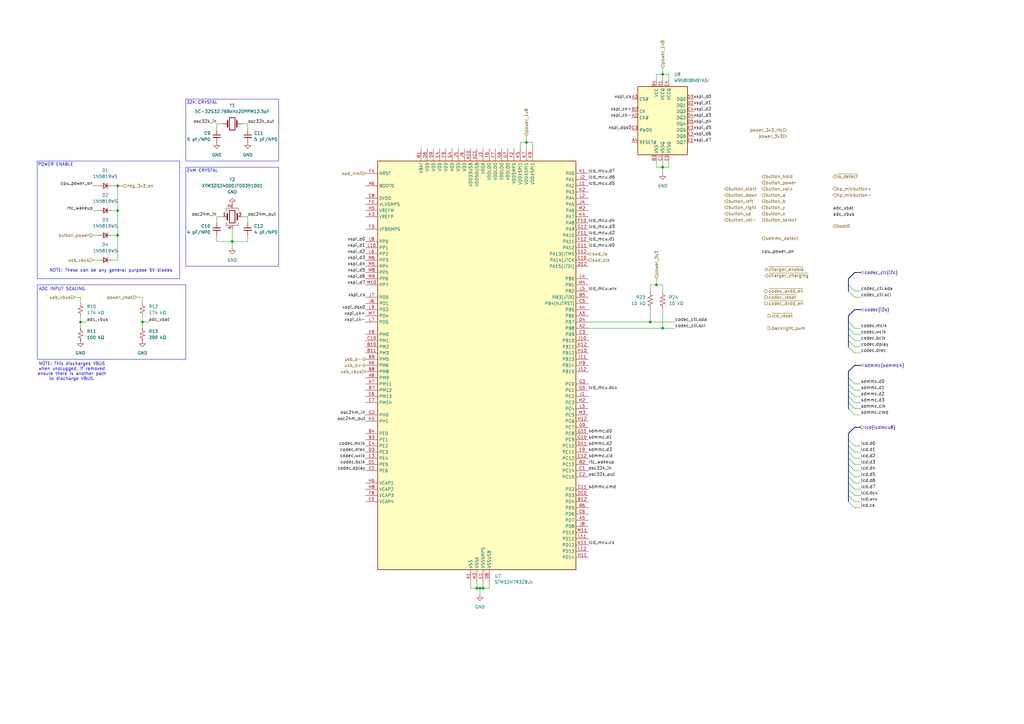
<source format=kicad_sch>
(kicad_sch (version 20250114) (generator "eeschema") (generator_version "9.0")
  (paper "A3")
  (title_block (title "CPU/RAM/power-on circuit") (date "2024-11-14") (rev "Rev1") (comment 1 "Author: Aidan MacDonald"))
  (lib_symbols
    (symbol "Device:C_Small" (pin_numbers (hide yes)) (pin_names (offset 0.254) (hide yes))
      (property "Reference" "C" (at 0.254 1.778 0))
      (property "Value" "C_Small" (at 0.254 -2.032 0))
      (symbol "C_Small_0_1"
        (polyline (pts (xy -1.524 0.508) (xy 1.524 0.508)) (stroke (width 0.3048)))
        (polyline (pts (xy -1.524 -0.508) (xy 1.524 -0.508)) (stroke (width 0.3302)))
      )
      (symbol "C_Small_1_1"
        (pin passive line (at 0 2.54 270) (length 2.032) (name "~") (number "1"))
        (pin passive line (at 0 -2.54 90) (length 2.032) (name "~") (number "2"))
      )
    )
    (symbol "Device:Crystal" (pin_numbers (hide yes)) (pin_names (offset 1.016) (hide yes))
      (property "Reference" "Y" (at 0 3.81 0))
      (property "Value" "Crystal" (at 0 -3.81 0))
      (symbol "Crystal_0_1"
        (polyline (pts (xy -2.54 0) (xy -1.905 0)))
        (polyline (pts (xy -1.905 -1.27) (xy -1.905 1.27)) (stroke (width 0.508)))
        (rectangle (start -1.143 2.54) (end 1.143 -2.54) (stroke (width 0.3048)))
        (polyline (pts (xy 1.905 -1.27) (xy 1.905 1.27)) (stroke (width 0.508)))
        (polyline (pts (xy 2.54 0) (xy 1.905 0)))
      )
      (symbol "Crystal_1_1"
        (pin passive line (at -3.81 0 0) (length 1.27) (name "1") (number "1"))
        (pin passive line (at 3.81 0 180) (length 1.27) (name "2") (number "2"))
      )
    )
    (symbol "Device:Crystal_GND24" (pin_names (offset 1.016) (hide yes))
      (property "Reference" "Y" (at 3.175 5.08 0))
      (property "Value" "Crystal_GND24" (at 3.175 3.175 0))
      (symbol "Crystal_GND24_0_1"
        (polyline (pts (xy -2.54 2.286) (xy -2.54 3.556) (xy 2.54 3.556) (xy 2.54 2.286)))
        (polyline (pts (xy -2.54 0) (xy -2.032 0)))
        (polyline (pts (xy -2.54 -2.286) (xy -2.54 -3.556) (xy 2.54 -3.556) (xy 2.54 -2.286)))
        (polyline (pts (xy -2.032 -1.27) (xy -2.032 1.27)) (stroke (width 0.508)))
        (rectangle (start -1.143 2.54) (end 1.143 -2.54) (stroke (width 0.3048)))
        (polyline (pts (xy 0 3.556) (xy 0 3.81)))
        (polyline (pts (xy 0 -3.81) (xy 0 -3.556)))
        (polyline (pts (xy 2.032 0) (xy 2.54 0)))
        (polyline (pts (xy 2.032 -1.27) (xy 2.032 1.27)) (stroke (width 0.508)))
      )
      (symbol "Crystal_GND24_1_1"
        (pin passive line (at -3.81 0 0) (length 1.27) (name "1") (number "1"))
        (pin passive line (at 0 5.08 270) (length 1.27) (name "2") (number "2"))
        (pin passive line (at 0 -5.08 90) (length 1.27) (name "4") (number "4"))
        (pin passive line (at 3.81 0 180) (length 1.27) (name "3") (number "3"))
      )
    )
    (symbol "Device:D_Small" (pin_numbers (hide yes)) (pin_names (offset 0.254) (hide yes))
      (property "Reference" "D" (at -1.27 2.032 0))
      (property "Value" "D_Small" (at -3.81 -2.032 0))
      (symbol "D_Small_0_1"
        (polyline (pts (xy -0.762 0) (xy 0.762 0)))
        (polyline (pts (xy -0.762 -1.016) (xy -0.762 1.016)) (stroke (width 0.254)))
        (polyline (pts (xy 0.762 -1.016) (xy -0.762 0) (xy 0.762 1.016) (xy 0.762 -1.016)) (stroke (width 0.254)))
      )
      (symbol "D_Small_1_1"
        (pin passive line (at -2.54 0 0) (length 1.778) (name "K") (number "1"))
        (pin passive line (at 2.54 0 180) (length 1.778) (name "A") (number "2"))
      )
    )
    (symbol "Device:R_Small_US" (pin_numbers (hide yes)) (pin_names (offset 0.254) (hide yes))
      (property "Reference" "R" (at 0.762 0.508 0))
      (property "Value" "R_Small_US" (at 0.762 -1.016 0))
      (symbol "R_Small_US_1_1"
        (polyline (pts (xy 0 1.524) (xy 1.016 1.143) (xy 0 0.762) (xy -1.016 0.381) (xy 0 0)))
        (polyline (pts (xy 0 0) (xy 1.016 -0.381) (xy 0 -0.762) (xy -1.016 -1.143) (xy 0 -1.524)))
        (pin passive line (at 0 2.54 270) (length 1.016) (name "~") (number "1"))
        (pin passive line (at 0 -2.54 90) (length 1.016) (name "~") (number "2"))
      )
    )
    (symbol "Device:R_US" (pin_numbers (hide yes)) (pin_names (offset 0))
      (property "Reference" "R" (at 2.54 0 90))
      (property "Value" "R_US" (at -2.54 0 90))
      (symbol "R_US_0_1"
        (polyline (pts (xy 0 2.286) (xy 0 2.54)))
        (polyline (pts (xy 0 2.286) (xy 1.016 1.905) (xy 0 1.524) (xy -1.016 1.143) (xy 0 0.762)))
        (polyline (pts (xy 0 0.762) (xy 1.016 0.381) (xy 0 0) (xy -1.016 -0.381) (xy 0 -0.762)))
        (polyline (pts (xy 0 -0.762) (xy 1.016 -1.143) (xy 0 -1.524) (xy -1.016 -1.905) (xy 0 -2.286)))
        (polyline (pts (xy 0 -2.286) (xy 0 -2.54)))
      )
      (symbol "R_US_1_1"
        (pin passive line (at 0 3.81 270) (length 1.27) (name "~") (number "1"))
        (pin passive line (at 0 -3.81 90) (length 1.27) (name "~") (number "2"))
      )
    )
    (symbol "MCU_ST_STM32H7:STM32H7R3Z8Jx"
      (property "Reference" "U" (at -40.64 85.09 0))
      (property "Value" "STM32H7R3Z8Jx" (at 25.4 85.09 0))
      (symbol "STM32H7R3Z8Jx_0_1"
        (rectangle (start -40.64 -83.82) (end 40.64 83.82) (stroke (width 0.254)) (fill (type background)))
      )
      (symbol "STM32H7R3Z8Jx_1_1"
        (pin input line (at -45.72 78.74 0) (length 5.08) (name "NRST") (number "F4"))
        (pin input line (at -45.72 73.66 0) (length 5.08) (name "BOOT0") (number "A6"))
        (pin power_in line (at -45.72 68.58 0) (length 5.08) (name "DVDD") (number "C8"))
        (pin power_in line (at -45.72 66.04 0) (length 5.08) (name "VLXSMPS") (number "F1"))
        (pin input line (at -45.72 63.5 0) (length 5.08) (name "VREFM") (number "H5"))
        (pin input line (at -45.72 60.96 0) (length 5.08) (name "VREFP") (number "K3"))
        (pin input line (at -45.72 55.88 0) (length 5.08) (name "VFBSMPS") (number "F3"))
        (pin bidirectional line (at -45.72 50.8 0) (length 5.08) (name "PP0") (number "L8"))
        (pin bidirectional line (at -45.72 48.26 0) (length 5.08) (name "PP1") (number "L10"))
        (pin bidirectional line (at -45.72 45.72 0) (length 5.08) (name "PP2") (number "L6"))
        (pin bidirectional line (at -45.72 43.18 0) (length 5.08) (name "PP3") (number "M6"))
        (pin bidirectional line (at -45.72 40.64 0) (length 5.08) (name "PP4") (number "M5"))
        (pin bidirectional line (at -45.72 38.1 0) (length 5.08) (name "PP5") (number "M8"))
        (pin bidirectional line (at -45.72 35.56 0) (length 5.08) (name "PP6") (number "M9"))
        (pin bidirectional line (at -45.72 33.02 0) (length 5.08) (name "PP7") (number "M10"))
        (pin bidirectional line (at -45.72 27.94 0) (length 5.08) (name "PO0") (number "J7"))
        (pin bidirectional line (at -45.72 25.4 0) (length 5.08) (name "PO1") (number "J6"))
        (pin bidirectional line (at -45.72 22.86 0) (length 5.08) (name "PO2") (number "L9"))
        (pin bidirectional line (at -45.72 20.32 0) (length 5.08) (name "PO4") (number "M7"))
        (pin bidirectional line (at -45.72 17.78 0) (length 5.08) (name "PO5") (number "L7"))
        (pin bidirectional line (at -45.72 12.7 0) (length 5.08) (name "PM0") (number "E8"))
        (pin bidirectional line (at -45.72 10.16 0) (length 5.08) (name "PM1") (number "C10"))
        (pin bidirectional line (at -45.72 7.62 0) (length 5.08) (name "PM2") (number "B10"))
        (pin bidirectional line (at -45.72 5.08 0) (length 5.08) (name "PM3") (number "B11"))
        (pin bidirectional line (at -45.72 2.54 0) (length 5.08) (name "PM5") (number "B9"))
        (pin bidirectional line (at -45.72 0 0) (length 5.08) (name "PM6") (number "A9"))
        (pin bidirectional line (at -45.72 -2.54 0) (length 5.08) (name "PM8") (number "B8"))
        (pin bidirectional line (at -45.72 -5.08 0) (length 5.08) (name "PM9") (number "A8"))
        (pin bidirectional line (at -45.72 -7.62 0) (length 5.08) (name "PM11") (number "A7"))
        (pin bidirectional line (at -45.72 -10.16 0) (length 5.08) (name "PM12") (number "B7"))
        (pin bidirectional line (at -45.72 -12.7 0) (length 5.08) (name "PM13") (number "E6"))
        (pin bidirectional line (at -45.72 -15.24 0) (length 5.08) (name "PM14") (number "C7"))
        (pin bidirectional line (at -45.72 -20.32 0) (length 5.08) (name "PH0") (number "G2"))
        (pin bidirectional line (at -45.72 -22.86 0) (length 5.08) (name "PH1") (number "H1"))
        (pin bidirectional line (at -45.72 -27.94 0) (length 5.08) (name "PE0") (number "B4"))
        (pin bidirectional line (at -45.72 -30.48 0) (length 5.08) (name "PE1") (number "B3"))
        (pin bidirectional line (at -45.72 -33.02 0) (length 5.08) (name "PE2") (number "C4"))
        (pin bidirectional line (at -45.72 -35.56 0) (length 5.08) (name "PE3") (number "D3"))
        (pin bidirectional line (at -45.72 -38.1 0) (length 5.08) (name "PE4") (number "E3"))
        (pin bidirectional line (at -45.72 -40.64 0) (length 5.08) (name "PE5") (number "D1"))
        (pin bidirectional line (at -45.72 -43.18 0) (length 5.08) (name "PE6") (number "E2"))
        (pin power_out line (at -45.72 -48.26 0) (length 5.08) (name "VCAP1") (number "H6"))
        (pin power_out line (at -45.72 -50.8 0) (length 5.08) (name "VCAP2") (number "H8"))
        (pin power_out line (at -45.72 -53.34 0) (length 5.08) (name "VCAP3") (number "F8"))
        (pin power_out line (at -45.72 -55.88 0) (length 5.08) (name "VCAP4") (number "E5"))
        (pin power_in line (at -22.86 88.9 270) (length 5.08) (name "VBAT") (number "B1"))
        (pin power_in line (at -20.32 88.9 270) (length 5.08) (name "VDD") (number "D6"))
        (pin power_in line (at -17.78 88.9 270) (length 5.08) (name "VDD") (number "D9"))
        (pin power_in line (at -15.24 88.9 270) (length 5.08) (name "VDD") (number "E4"))
        (pin power_in line (at -12.7 88.9 270) (length 5.08) (name "VDD") (number "F9"))
        (pin power_in line (at -10.16 88.9 270) (length 5.08) (name "VDD") (number "G4"))
        (pin power_in line (at -7.62 88.9 270) (length 5.08) (name "VDD") (number "J5"))
        (pin power_in line (at -5.08 88.9 270) (length 5.08) (name "VDD") (number "J9"))
        (pin power_in line (at -2.54 88.9 270) (length 5.08) (name "VDD33USB") (number "A10"))
        (pin power_in line (at -2.54 -88.9 90) (length 5.08) (name "VSS") (number "A1"))
        (pin passive line (at -2.54 -88.9 90) (length 5.08) (hide yes) (name "VSS") (number "A12"))
        (pin passive line (at -2.54 -88.9 90) (length 5.08) (hide yes) (name "VSS") (number "C9"))
        (pin passive line (at -2.54 -88.9 90) (length 5.08) (hide yes) (name "VSS") (number "D2"))
        (pin passive line (at -2.54 -88.9 90) (length 5.08) (hide yes) (name "VSS") (number "D5"))
        (pin passive line (at -2.54 -88.9 90) (length 5.08) (hide yes) (name "VSS") (number "D7"))
        (pin passive line (at -2.54 -88.9 90) (length 5.08) (hide yes) (name "VSS") (number "E7"))
        (pin passive line (at -2.54 -88.9 90) (length 5.08) (hide yes) (name "VSS") (number "F5"))
        (pin passive line (at -2.54 -88.9 90) (length 5.08) (hide yes) (name "VSS") (number "G1"))
        (pin passive line (at -2.54 -88.9 90) (length 5.08) (hide yes) (name "VSS") (number "G8"))
        (pin passive line (at -2.54 -88.9 90) (length 5.08) (hide yes) (name "VSS") (number "H4"))
        (pin passive line (at -2.54 -88.9 90) (length 5.08) (hide yes) (name "VSS") (number "H7"))
        (pin passive line (at -2.54 -88.9 90) (length 5.08) (hide yes) (name "VSS") (number "K10"))
        (pin passive line (at -2.54 -88.9 90) (length 5.08) (hide yes) (name "VSS") (number "K6"))
        (pin passive line (at -2.54 -88.9 90) (length 5.08) (hide yes) (name "VSS") (number "K8"))
        (pin passive line (at -2.54 -88.9 90) (length 5.08) (hide yes) (name "VSS") (number "M1"))
        (pin passive line (at -2.54 -88.9 90) (length 5.08) (hide yes) (name "VSS") (number "M12"))
        (pin power_in line (at 0 88.9 270) (length 5.08) (name "VDD50USB") (number "A11"))
        (pin power_in line (at 0 -88.9 90) (length 5.08) (name "VSSA") (number "H3"))
        (pin power_in line (at 2.54 88.9 270) (length 5.08) (name "VDDA") (number "J3"))
        (pin power_in line (at 2.54 -88.9 90) (length 5.08) (name "VSSSMPS") (number "E1"))
        (pin power_in line (at 5.08 88.9 270) (length 5.08) (name "VDDLDO") (number "F6"))
        (pin power_in line (at 5.08 -88.9 90) (length 5.08) (name "VSSUSB") (number "D8"))
        (pin power_in line (at 7.62 88.9 270) (length 5.08) (name "VDDLDO") (number "F7"))
        (pin power_in line (at 10.16 88.9 270) (length 5.08) (name "VDDLDO") (number "G6"))
        (pin power_in line (at 12.7 88.9 270) (length 5.08) (name "VDDLDO") (number "G7"))
        (pin power_in line (at 15.24 88.9 270) (length 5.08) (name "VDDSMPS") (number "F2"))
        (pin power_in line (at 17.78 88.9 270) (length 5.08) (name "VDDXSPI1") (number "K5"))
        (pin power_in line (at 20.32 88.9 270) (length 5.08) (name "VDDXSPI1") (number "K7"))
        (pin power_in line (at 22.86 88.9 270) (length 5.08) (name "VDDXSPI1") (number "K9"))
        (pin bidirectional line (at 45.72 78.74 180) (length 5.08) (name "PA0") (number "K1"))
        (pin bidirectional line (at 45.72 76.2 180) (length 5.08) (name "PA1") (number "J2"))
        (pin bidirectional line (at 45.72 73.66 180) (length 5.08) (name "PA2") (number "L1"))
        (pin bidirectional line (at 45.72 71.12 180) (length 5.08) (name "PA3") (number "K2"))
        (pin bidirectional line (at 45.72 68.58 180) (length 5.08) (name "PA4") (number "L2"))
        (pin bidirectional line (at 45.72 66.04 180) (length 5.08) (name "PA5") (number "J4"))
        (pin bidirectional line (at 45.72 63.5 180) (length 5.08) (name "PA6") (number "M2"))
        (pin bidirectional line (at 45.72 60.96 180) (length 5.08) (name "PA7") (number "K4"))
        (pin bidirectional line (at 45.72 58.42 180) (length 5.08) (name "PA8") (number "F10"))
        (pin bidirectional line (at 45.72 55.88 180) (length 5.08) (name "PA9") (number "G12"))
        (pin bidirectional line (at 45.72 53.34 180) (length 5.08) (name "PA10") (number "F11"))
        (pin bidirectional line (at 45.72 50.8 180) (length 5.08) (name "PA11") (number "F12"))
        (pin bidirectional line (at 45.72 48.26 180) (length 5.08) (name "PA12") (number "E11"))
        (pin bidirectional line (at 45.72 45.72 180) (length 5.08) (name "PA13(JTMS") (number "E12"))
        (pin bidirectional line (at 45.72 43.18 180) (length 5.08) (name "PA14(JTCK") (number "E10"))
        (pin bidirectional line (at 45.72 40.64 180) (length 5.08) (name "PA15(JTDI)") (number "D12"))
        (pin bidirectional line (at 45.72 35.56 180) (length 5.08) (name "PB0") (number "L4"))
        (pin bidirectional line (at 45.72 33.02 180) (length 5.08) (name "PB1") (number "M4"))
        (pin bidirectional line (at 45.72 30.48 180) (length 5.08) (name "PB2") (number "L5"))
        (pin bidirectional line (at 45.72 27.94 180) (length 5.08) (name "PB3(JTDO") (number "B5"))
        (pin bidirectional line (at 45.72 25.4 180) (length 5.08) (name "PB4(NJTRST)") (number "C5"))
        (pin bidirectional line (at 45.72 22.86 180) (length 5.08) (name "PB5") (number "A4"))
        (pin bidirectional line (at 45.72 20.32 180) (length 5.08) (name "PB6") (number "A3"))
        (pin bidirectional line (at 45.72 17.78 180) (length 5.08) (name "PB7") (number "D4"))
        (pin bidirectional line (at 45.72 15.24 180) (length 5.08) (name "PB8") (number "A2"))
        (pin bidirectional line (at 45.72 12.7 180) (length 5.08) (name "PB9") (number "C3"))
        (pin bidirectional line (at 45.72 10.16 180) (length 5.08) (name "PB10") (number "J10"))
        (pin bidirectional line (at 45.72 7.62 180) (length 5.08) (name "PB11") (number "K12"))
        (pin bidirectional line (at 45.72 5.08 180) (length 5.08) (name "PB12") (number "H10"))
        (pin bidirectional line (at 45.72 2.54 180) (length 5.08) (name "PB13") (number "J11"))
        (pin bidirectional line (at 45.72 0 180) (length 5.08) (name "PB14") (number "H9"))
        (pin bidirectional line (at 45.72 -2.54 180) (length 5.08) (name "PB15") (number "J12"))
        (pin bidirectional line (at 45.72 -7.62 180) (length 5.08) (name "PC0") (number "G3"))
        (pin bidirectional line (at 45.72 -10.16 180) (length 5.08) (name "PC1") (number "G5"))
        (pin bidirectional line (at 45.72 -12.7 180) (length 5.08) (name "PC2") (number "J1"))
        (pin bidirectional line (at 45.72 -15.24 180) (length 5.08) (name "PC3") (number "H2"))
        (pin bidirectional line (at 45.72 -17.78 180) (length 5.08) (name "PC4") (number "L3"))
        (pin bidirectional line (at 45.72 -20.32 180) (length 5.08) (name "PC5") (number "M3"))
        (pin bidirectional line (at 45.72 -22.86 180) (length 5.08) (name "PC6") (number "H12"))
        (pin bidirectional line (at 45.72 -25.4 180) (length 5.08) (name "PC7") (number "G9"))
        (pin bidirectional line (at 45.72 -27.94 180) (length 5.08) (name "PC8") (number "G11"))
        (pin bidirectional line (at 45.72 -30.48 180) (length 5.08) (name "PC9") (number "G10"))
        (pin bidirectional line (at 45.72 -33.02 180) (length 5.08) (name "PC10") (number "D11"))
        (pin bidirectional line (at 45.72 -35.56 180) (length 5.08) (name "PC11") (number "E9"))
        (pin bidirectional line (at 45.72 -38.1 180) (length 5.08) (name "PC12") (number "C12"))
        (pin bidirectional line (at 45.72 -40.64 180) (length 5.08) (name "PC13") (number "B2"))
        (pin bidirectional line (at 45.72 -43.18 180) (length 5.08) (name "PC14") (number "C1"))
        (pin bidirectional line (at 45.72 -45.72 180) (length 5.08) (name "PC15") (number "C2"))
        (pin bidirectional line (at 45.72 -50.8 180) (length 5.08) (name "PD2") (number "C11"))
        (pin bidirectional line (at 45.72 -53.34 180) (length 5.08) (name "PD3") (number "D10"))
        (pin bidirectional line (at 45.72 -55.88 180) (length 5.08) (name "PD4") (number "B12"))
        (pin bidirectional line (at 45.72 -58.42 180) (length 5.08) (name "PD5") (number "B6"))
        (pin bidirectional line (at 45.72 -60.96 180) (length 5.08) (name "PD6") (number "C6"))
        (pin bidirectional line (at 45.72 -63.5 180) (length 5.08) (name "PD7") (number "A5"))
        (pin bidirectional line (at 45.72 -66.04 180) (length 5.08) (name "PD8") (number "J8"))
        (pin bidirectional line (at 45.72 -68.58 180) (length 5.08) (name "PD10") (number "M11"))
        (pin bidirectional line (at 45.72 -71.12 180) (length 5.08) (name "PD11") (number "L11"))
        (pin bidirectional line (at 45.72 -73.66 180) (length 5.08) (name "PD12") (number "K11"))
        (pin bidirectional line (at 45.72 -76.2 180) (length 5.08) (name "PD13") (number "L12"))
        (pin bidirectional line (at 45.72 -78.74 180) (length 5.08) (name "PD14") (number "H11"))
      )
    )
    (symbol "echoplayer:W958D8NBYA5I"
      (property "Reference" "U" (at -10.16 13.335 0))
      (property "Value" "W958D8NBYA5I" (at 4.826 13.462 0))
      (symbol "W958D8NBYA5I_0_1"
        (rectangle (start -10.16 12.7) (end 10.16 -15.24) (stroke (width 0.254)) (fill (type background)))
      )
      (symbol "W958D8NBYA5I_1_1"
        (pin input line (at -12.7 7.62 0) (length 2.54) (name "CS#") (number "A3"))
        (pin input line (at -12.7 2.54 0) (length 2.54) (name "CK") (number "B2"))
        (pin input line (at -12.7 0 0) (length 2.54) (name "CK#") (number "A2"))
        (pin bidirectional line (at -12.7 -5.08 0) (length 2.54) (name "RWDS") (number "C3"))
        (pin input line (at -12.7 -10.16 0) (length 2.54) (name "RESET#") (number "A4"))
        (pin no_connect line (at -10.16 -12.7 0) (length 2.54) (hide yes) (name "RFU") (number "A5"))
        (pin no_connect line (at -10.16 -12.7 0) (length 2.54) (hide yes) (name "RFU") (number "B5"))
        (pin no_connect line (at -10.16 -12.7 0) (length 2.54) (hide yes) (name "RFU") (number "C2"))
        (pin no_connect line (at -10.16 -12.7 0) (length 2.54) (hide yes) (name "RFU") (number "C5"))
        (pin power_in line (at -2.54 15.24 270) (length 2.54) (name "VCC") (number "B4"))
        (pin power_in line (at -2.54 -17.78 90) (length 2.54) (name "VSS") (number "B3"))
        (pin power_in line (at 0 15.24 270) (length 2.54) (name "VCCQ") (number "D1"))
        (pin power_in line (at 0 -17.78 90) (length 2.54) (name "VSSQ") (number "C1"))
        (pin power_in line (at 2.54 15.24 270) (length 2.54) (name "VCCQ") (number "E4"))
        (pin power_in line (at 2.54 -17.78 90) (length 2.54) (name "VSSQ") (number "E5"))
        (pin tri_state line (at 12.7 7.62 180) (length 2.54) (name "DQ0") (number "D3"))
        (pin tri_state line (at 12.7 5.08 180) (length 2.54) (name "DQ1") (number "D2"))
        (pin tri_state line (at 12.7 2.54 180) (length 2.54) (name "DQ2") (number "C4"))
        (pin tri_state line (at 12.7 0 180) (length 2.54) (name "DQ3") (number "D4"))
        (pin tri_state line (at 12.7 -2.54 180) (length 2.54) (name "DQ4") (number "D5"))
        (pin tri_state line (at 12.7 -5.08 180) (length 2.54) (name "DQ5") (number "E3"))
        (pin tri_state line (at 12.7 -7.62 180) (length 2.54) (name "DQ6") (number "E2"))
        (pin tri_state line (at 12.7 -10.16 180) (length 2.54) (name "DQ7") (number "E1"))
      )
    )
    (symbol "power:GND" (power) (pin_numbers (hide yes)) (pin_names (offset 0) (hide yes))
      (property "Value" "GND" (at 0 -3.81 0))
      (symbol "GND_0_1"
        (polyline (pts (xy 0 0) (xy 0 -1.27) (xy 1.27 -1.27) (xy 0 -2.54) (xy -1.27 -1.27) (xy 0 -1.27)))
      )
      (symbol "GND_1_1"
        (pin power_in line (at 0 0 270) (length 0) (name "~") (number "1"))
      )
    )
  )
  (rectangle (start 15.24 116.84) (end 76.2 147.32))
  (rectangle (start 76.2 40.64) (end 114.3 66.04))
  (rectangle (start 15.24 66.04) (end 73.66 114.3))
  (rectangle (start 76.2 68.58) (end 114.3 109.22))
  (text "32K CRYSTAL" (at 76.454 41.402 0) (effects (font (size 1.27 1.27)) (justify left top)))
  (text "NOTE: This discharges VBUS\nwhen unplugged, if removed\nensure there is another path\nto discharge VBUS." (at 29.464 152.4 0) (effects (font (size 1.27 1.27))))
  (text "NOTE: These can be any general purpose 5V diodes" (at 45.466 110.998 0) (effects (font (size 1.27 1.27))))
  (text "ADC INPUT SCALING" (at 25.4 118.618 0) (effects (font (size 1.27 1.27))))
  (text "24M CRYSTAL" (at 76.454 69.342 0) (effects (font (size 1.27 1.27)) (justify left top)))
  (text "POWER ENABLE" (at 15.494 67.564 0) (effects (font (size 1.27 1.27)) (justify left)))
  (junction (at 269.24 116.84))
  (junction (at 48.26 96.52))
  (junction (at 95.25 99.06))
  (junction (at 48.26 86.36))
  (junction (at 196.85 241.3))
  (junction (at 266.7 132.08))
  (junction (at 195.58 241.3))
  (junction (at 215.9 58.42))
  (junction (at 271.78 134.62))
  (junction (at 271.78 30.48))
  (junction (at 33.02 132.08))
  (junction (at 271.78 68.58))
  (junction (at 58.42 132.08))
  (junction (at 48.26 76.2))
  (junction (at 198.12 241.3))
  (bus_entry (at 347.98 134.62) (size 2.54 2.54))
  (bus_entry (at 347.98 137.16) (size 2.54 2.54))
  (bus_entry (at 347.98 116.84) (size 2.54 2.54))
  (bus_entry (at 347.98 157.48) (size 2.54 2.54))
  (bus_entry (at 347.98 190.5) (size 2.54 2.54))
  (bus_entry (at 347.98 119.38) (size 2.54 2.54))
  (bus_entry (at 347.98 205.74) (size 2.54 2.54))
  (bus_entry (at 347.98 139.7) (size 2.54 2.54))
  (bus_entry (at 347.98 160.02) (size 2.54 2.54))
  (bus_entry (at 347.98 193.04) (size 2.54 2.54))
  (bus_entry (at 347.98 154.94) (size 2.54 2.54))
  (bus_entry (at 347.98 142.24) (size 2.54 2.54))
  (bus_entry (at 347.98 132.08) (size 2.54 2.54))
  (bus_entry (at 347.98 200.66) (size 2.54 2.54))
  (bus_entry (at 347.98 203.2) (size 2.54 2.54))
  (bus_entry (at 347.98 165.1) (size 2.54 2.54))
  (bus_entry (at 347.98 167.64) (size 2.54 2.54))
  (bus_entry (at 347.98 195.58) (size 2.54 2.54))
  (bus_entry (at 347.98 185.42) (size 2.54 2.54))
  (bus_entry (at 347.98 198.12) (size 2.54 2.54))
  (bus_entry (at 347.98 162.56) (size 2.54 2.54))
  (bus_entry (at 347.98 182.88) (size 2.54 2.54))
  (bus_entry (at 347.98 187.96) (size 2.54 2.54))
  (bus_entry (at 347.98 180.34) (size 2.54 2.54))
  (bus (pts (xy 347.98 129.54) (xy 350.52 127)))
  (wire (pts (xy 101.6 50.8) (xy 99.06 50.8)))
  (wire (pts (xy 350.52 160.02) (xy 353.06 160.02)))
  (bus (pts (xy 347.98 182.88) (xy 347.98 185.42)))
  (wire (pts (xy 198.12 241.3) (xy 196.85 241.3)))
  (wire (pts (xy 196.85 241.3) (xy 196.85 243.84)))
  (wire (pts (xy 350.52 170.18) (xy 353.06 170.18)))
  (wire (pts (xy 353.06 185.42) (xy 350.52 185.42)))
  (wire (pts (xy 50.8 76.2) (xy 48.26 76.2)))
  (bus (pts (xy 347.98 185.42) (xy 347.98 187.96)))
  (wire (pts (xy 353.06 200.66) (xy 350.52 200.66)))
  (wire (pts (xy 269.24 116.84) (xy 269.24 114.3)))
  (bus (pts (xy 347.98 160.02) (xy 347.98 162.56)))
  (wire (pts (xy 101.6 88.9) (xy 99.06 88.9)))
  (wire (pts (xy 88.9 96.52) (xy 88.9 99.06)))
  (bus (pts (xy 347.98 139.7) (xy 347.98 142.24)))
  (wire (pts (xy 350.52 142.24) (xy 353.06 142.24)))
  (wire (pts (xy 45.72 96.52) (xy 48.26 96.52)))
  (wire (pts (xy 58.42 132.08) (xy 58.42 134.62)))
  (wire (pts (xy 353.06 205.74) (xy 350.52 205.74)))
  (wire (pts (xy 353.06 203.2) (xy 350.52 203.2)))
  (wire (pts (xy 58.42 129.54) (xy 58.42 132.08)))
  (wire (pts (xy 266.7 116.84) (xy 269.24 116.84)))
  (wire (pts (xy 38.1 76.2) (xy 40.64 76.2)))
  (bus (pts (xy 350.52 127) (xy 353.06 127)))
  (wire (pts (xy 350.52 121.92) (xy 353.06 121.92)))
  (wire (pts (xy 195.58 241.3) (xy 196.85 241.3)))
  (wire (pts (xy 33.02 132.08) (xy 33.02 134.62)))
  (wire (pts (xy 48.26 76.2) (xy 45.72 76.2)))
  (wire (pts (xy 269.24 66.04) (xy 269.24 68.58)))
  (bus (pts (xy 347.98 180.34) (xy 347.98 182.88)))
  (wire (pts (xy 45.72 86.36) (xy 48.26 86.36)))
  (bus (pts (xy 347.98 177.8) (xy 347.98 180.34)))
  (bus (pts (xy 347.98 193.04) (xy 347.98 195.58)))
  (wire (pts (xy 58.42 132.08) (xy 60.96 132.08)))
  (bus (pts (xy 347.98 200.66) (xy 347.98 203.2)))
  (wire (pts (xy 350.52 134.62) (xy 353.06 134.62)))
  (wire (pts (xy 38.1 106.68) (xy 40.64 106.68)))
  (wire (pts (xy 350.52 187.96) (xy 353.06 187.96)))
  (wire (pts (xy 58.42 121.92) (xy 58.42 124.46)))
  (wire (pts (xy 271.78 119.38) (xy 271.78 116.84)))
  (wire (pts (xy 350.52 165.1) (xy 353.06 165.1)))
  (bus (pts (xy 347.98 132.08) (xy 347.98 134.62)))
  (wire (pts (xy 271.78 30.48) (xy 271.78 33.02)))
  (wire (pts (xy 218.44 58.42) (xy 215.9 58.42)))
  (wire (pts (xy 241.3 132.08) (xy 266.7 132.08)))
  (bus (pts (xy 347.98 137.16) (xy 347.98 139.7)))
  (wire (pts (xy 269.24 30.48) (xy 271.78 30.48)))
  (bus (pts (xy 347.98 198.12) (xy 347.98 200.66)))
  (wire (pts (xy 274.32 68.58) (xy 271.78 68.58)))
  (bus (pts (xy 347.98 162.56) (xy 347.98 165.1)))
  (wire (pts (xy 353.06 195.58) (xy 350.52 195.58)))
  (bus (pts (xy 347.98 134.62) (xy 347.98 137.16)))
  (wire (pts (xy 195.58 238.76) (xy 195.58 241.3)))
  (wire (pts (xy 95.25 101.6) (xy 95.25 99.06)))
  (wire (pts (xy 213.36 58.42) (xy 215.9 58.42)))
  (bus (pts (xy 347.98 190.5) (xy 347.98 193.04)))
  (wire (pts (xy 353.06 190.5) (xy 350.52 190.5)))
  (wire (pts (xy 271.78 66.04) (xy 271.78 68.58)))
  (bus (pts (xy 347.98 114.3) (xy 347.98 116.84)))
  (wire (pts (xy 198.12 238.76) (xy 198.12 241.3)))
  (bus (pts (xy 347.98 203.2) (xy 347.98 205.74)))
  (wire (pts (xy 38.1 96.52) (xy 40.64 96.52)))
  (wire (pts (xy 350.52 162.56) (xy 353.06 162.56)))
  (wire (pts (xy 274.32 30.48) (xy 271.78 30.48)))
  (wire (pts (xy 271.78 116.84) (xy 269.24 116.84)))
  (wire (pts (xy 274.32 33.02) (xy 274.32 30.48)))
  (wire (pts (xy 266.7 119.38) (xy 266.7 116.84)))
  (wire (pts (xy 88.9 99.06) (xy 95.25 99.06)))
  (bus (pts (xy 347.98 152.4) (xy 347.98 154.94)))
  (bus (pts (xy 350.52 111.76) (xy 353.06 111.76)))
  (bus (pts (xy 347.98 187.96) (xy 347.98 190.5)))
  (wire (pts (xy 38.1 86.36) (xy 40.64 86.36)))
  (wire (pts (xy 276.86 132.08) (xy 266.7 132.08)))
  (wire (pts (xy 101.6 99.06) (xy 95.25 99.06)))
  (bus (pts (xy 347.98 195.58) (xy 347.98 198.12)))
  (wire (pts (xy 350.52 144.78) (xy 353.06 144.78)))
  (wire (pts (xy 33.02 129.54) (xy 33.02 132.08)))
  (wire (pts (xy 271.78 134.62) (xy 241.3 134.62)))
  (wire (pts (xy 101.6 50.8) (xy 101.6 53.34)))
  (wire (pts (xy 350.52 157.48) (xy 353.06 157.48)))
  (wire (pts (xy 101.6 96.52) (xy 101.6 99.06)))
  (bus (pts (xy 347.98 177.8) (xy 350.52 175.26)))
  (wire (pts (xy 271.78 30.48) (xy 271.78 27.94)))
  (wire (pts (xy 353.06 208.28) (xy 350.52 208.28)))
  (wire (pts (xy 271.78 68.58) (xy 271.78 71.12)))
  (wire (pts (xy 200.66 238.76) (xy 200.66 241.3)))
  (bus (pts (xy 347.98 129.54) (xy 347.98 132.08)))
  (wire (pts (xy 88.9 88.9) (xy 88.9 91.44)))
  (wire (pts (xy 95.25 99.06) (xy 95.25 93.98)))
  (wire (pts (xy 271.78 134.62) (xy 276.86 134.62)))
  (wire (pts (xy 88.9 88.9) (xy 91.44 88.9)))
  (wire (pts (xy 269.24 68.58) (xy 271.78 68.58)))
  (wire (pts (xy 88.9 50.8) (xy 88.9 53.34)))
  (wire (pts (xy 269.24 33.02) (xy 269.24 30.48)))
  (wire (pts (xy 215.9 58.42) (xy 215.9 55.88)))
  (wire (pts (xy 30.48 121.92) (xy 33.02 121.92)))
  (wire (pts (xy 193.04 241.3) (xy 195.58 241.3)))
  (wire (pts (xy 271.78 127) (xy 271.78 134.62)))
  (bus (pts (xy 347.98 152.4) (xy 350.52 149.86)))
  (bus (pts (xy 350.52 175.26) (xy 353.06 175.26)))
  (bus (pts (xy 350.52 149.86) (xy 353.06 149.86)))
  (wire (pts (xy 350.52 167.64) (xy 353.06 167.64)))
  (wire (pts (xy 193.04 238.76) (xy 193.04 241.3)))
  (wire (pts (xy 350.52 119.38) (xy 353.06 119.38)))
  (wire (pts (xy 213.36 60.96) (xy 213.36 58.42)))
  (bus (pts (xy 347.98 114.3) (xy 350.52 111.76)))
  (wire (pts (xy 48.26 106.68) (xy 48.26 96.52)))
  (wire (pts (xy 218.44 60.96) (xy 218.44 58.42)))
  (wire (pts (xy 101.6 88.9) (xy 101.6 91.44)))
  (wire (pts (xy 88.9 50.8) (xy 91.44 50.8)))
  (wire (pts (xy 200.66 241.3) (xy 198.12 241.3)))
  (wire (pts (xy 350.52 137.16) (xy 353.06 137.16)))
  (wire (pts (xy 350.52 139.7) (xy 353.06 139.7)))
  (wire (pts (xy 266.7 127) (xy 266.7 132.08)))
  (bus (pts (xy 347.98 154.94) (xy 347.98 157.48)))
  (wire (pts (xy 353.06 193.04) (xy 350.52 193.04)))
  (wire (pts (xy 353.06 198.12) (xy 350.52 198.12)))
  (wire (pts (xy 215.9 58.42) (xy 215.9 60.96)))
  (bus (pts (xy 347.98 157.48) (xy 347.98 160.02)))
  (wire (pts (xy 274.32 66.04) (xy 274.32 68.58)))
  (bus (pts (xy 347.98 165.1) (xy 347.98 167.64)))
  (wire (pts (xy 33.02 121.92) (xy 33.02 124.46)))
  (wire (pts (xy 35.56 132.08) (xy 33.02 132.08)))
  (wire (pts (xy 55.88 121.92) (xy 58.42 121.92)))
  (wire (pts (xy 48.26 86.36) (xy 48.26 76.2)))
  (wire (pts (xy 45.72 106.68) (xy 48.26 106.68)))
  (bus (pts (xy 347.98 116.84) (xy 347.98 119.38)))
  (wire (pts (xy 353.06 182.88) (xy 350.52 182.88)))
  (wire (pts (xy 48.26 96.52) (xy 48.26 86.36)))
  (label "lcd.wrx" (at 353.06 205.74 0))
  (label "xspi_d3" (at 284.48 48.26 0))
  (label "lcd_mcu.cs" (at 241.3 223.52 0))
  (label "sdmmc.d1" (at 241.3 180.34 0))
  (label "adc_vbus" (at 35.56 132.08 0))
  (label "codec_ctl.scl" (at 353.06 121.92 0))
  (label "codec.drec" (at 353.06 144.78 0))
  (label "osc32k_out" (at 101.6 50.8 0))
  (label "sdmmc.cmd" (at 353.06 170.18 0))
  (label "osc32k_in" (at 88.9 50.8 180))
  (label "sdmmc.d2" (at 241.3 182.88 0))
  (label "adc_vbus" (at 341.63 88.9 0))
  (label "codec.dplay" (at 353.06 142.24 0))
  (label "xspi_ck+" (at 259.08 45.72 180))
  (label "sdmmc.cmd" (at 241.3 200.66 0))
  (label "osc24m_out" (at 101.6 88.9 0))
  (label "xspi_ck-" (at 259.08 48.26 180))
  (label "lcd.d0" (at 353.06 182.88 0))
  (label "lcd_mcu.wrx" (at 241.3 119.38 0))
  (label "xspi_d2" (at 284.48 45.72 0))
  (label "sdmmc.d0" (at 241.3 177.8 0))
  (label "xspi_d1" (at 149.86 101.6 180))
  (label "xspi_d6" (at 284.48 55.88 0))
  (label "osc32k_in" (at 241.3 193.04 0))
  (label "lcd_mcu.d2" (at 241.3 96.52 0))
  (label "lcd.dcx" (at 353.06 203.2 0))
  (label "osc24m_out" (at 149.86 172.72 180))
  (label "xspi_d4" (at 149.86 109.22 180))
  (label "xspi_d5" (at 149.86 111.76 180))
  (label "lcd.cs" (at 353.06 208.28 0))
  (label "xspi_d5" (at 284.48 53.34 0))
  (label "xspi_d7" (at 149.86 116.84 180))
  (label "xspi_d0" (at 149.86 99.06 180))
  (label "lcd_mcu.d4" (at 241.3 91.44 0))
  (label "lcd.d7" (at 353.06 200.66 0))
  (label "lcd_mcu.d7" (at 241.3 71.12 0))
  (label "xspi_cs" (at 259.08 40.64 180))
  (label "sdmmc.clk" (at 353.06 167.64 0))
  (label "xspi_d0" (at 284.48 40.64 0))
  (label "xspi_d6" (at 149.86 114.3 180))
  (label "xspi_cs" (at 149.86 121.92 180))
  (label "codec.bclk" (at 353.06 139.7 0))
  (label "sdmmc.d2" (at 353.06 162.56 0))
  (label "xspi_d7" (at 284.48 58.42 0))
  (label "xspi_ck-" (at 149.86 132.08 180))
  (label "codec_ctl.sda" (at 353.06 119.38 0))
  (label "lcd.d6" (at 353.06 198.12 0))
  (label "lcd_mcu.d3" (at 241.3 93.98 0))
  (label "cpu_power_on" (at 312.42 104.14 0))
  (label "codec.mclk" (at 149.86 182.88 180))
  (label "xspi_d3" (at 149.86 106.68 180))
  (label "adc_vbat" (at 60.96 132.08 0))
  (label "sdmmc.clk" (at 241.3 187.96 0))
  (label "lcd.d2" (at 353.06 187.96 0))
  (label "sdmmc.d0" (at 353.06 157.48 0))
  (label "osc24m_in" (at 88.9 88.9 180))
  (label "xspi_dqs0" (at 149.86 127 180))
  (label "codec.dplay" (at 149.86 193.04 180))
  (label "sdmmc.d1" (at 353.06 160.02 0))
  (label "rtc_wakeup" (at 38.1 86.36 180))
  (label "codec_ctl.sda" (at 276.86 132.08 0))
  (label "codec.wclk" (at 149.86 187.96 180))
  (label "lcd.d3" (at 353.06 190.5 0))
  (label "lcd.d1" (at 353.06 185.42 0))
  (label "lcd_mcu.d0" (at 241.3 101.6 0))
  (label "osc32k_out" (at 241.3 195.58 0))
  (label "xspi_d1" (at 284.48 43.18 0))
  (label "sdmmc.d3" (at 241.3 185.42 0))
  (label "codec.drec" (at 149.86 185.42 180))
  (label "sdmmc.d3" (at 353.06 165.1 0))
  (label "rtc_wakeup" (at 241.3 190.5 0))
  (label "cpu_power_on" (at 38.1 76.2 180))
  (label "xspi_dqs0" (at 259.08 53.34 180))
  (label "codec.bclk" (at 149.86 190.5 180))
  (label "codec.wclk" (at 353.06 137.16 0))
  (label "xspi_d4" (at 284.48 50.8 0))
  (label "lcd_mcu.d1" (at 241.3 99.06 0))
  (label "lcd_mcu.d5" (at 241.3 76.2 0))
  (label "codec_ctl.scl" (at 276.86 134.62 0))
  (label "lcd_mcu.dcx" (at 241.3 160.02 0))
  (label "xspi_ck+" (at 149.86 129.54 180))
  (label "adc_vbat" (at 341.63 86.36 0))
  (label "xspi_d2" (at 149.86 104.14 180))
  (label "lcd.d5" (at 353.06 195.58 0))
  (label "codec.mclk" (at 353.06 134.62 0))
  (label "lcd.d4" (at 353.06 193.04 0))
  (label "osc24m_in" (at 149.86 170.18 180))
  (label "lcd_mcu.d6" (at 241.3 73.66 0))
  (hierarchical_label "button_hold" (shape input) (at 312.42 72.39 0))
  (hierarchical_label "button_y" (shape input) (at 312.42 85.09 0))
  (hierarchical_label "power_1v8" (shape input) (at 271.78 27.94 90))
  (hierarchical_label "swd_clk" (shape input) (at 241.3 106.68 0))
  (hierarchical_label "~{charger_charging}" (shape input) (at 313.69 113.03 0))
  (hierarchical_label "usb_vbus" (shape input) (at 149.86 152.4 180))
  (hierarchical_label "swd_io" (shape bidirectional) (at 241.3 104.14 0))
  (hierarchical_label "button_right" (shape input) (at 297.18 85.09 0))
  (hierarchical_label "button_b" (shape input) (at 312.42 82.55 0))
  (hierarchical_label "button_left" (shape input) (at 297.18 82.55 0))
  (hierarchical_label "usb_d+" (shape bidirectional) (at 149.86 149.86 180))
  (hierarchical_label "button_start" (shape input) (at 297.18 77.47 0))
  (hierarchical_label "~{codec_dvdd_en}" (shape output) (at 313.69 124.46 0))
  (hierarchical_label "button_up" (shape input) (at 297.18 87.63 0))
  (hierarchical_label "usb_d-" (shape bidirectional) (at 149.86 147.32 180))
  (hierarchical_label "codec{i2s}" (shape bidirectional) (at 353.06 127 0))
  (hierarchical_label "~{charger_enable}" (shape tri_state) (at 313.69 110.49 0))
  (hierarchical_label "power_3v3_rtc" (shape input) (at 322.58 53.34 180))
  (hierarchical_label "usb_vbus" (shape input) (at 38.1 106.68 180))
  (hierarchical_label "hp_micbutton-" (shape input) (at 341.63 80.01 0))
  (hierarchical_label "hp_micbutton+" (shape input) (at 341.63 77.47 0))
  (hierarchical_label "~{lcd_reset}" (shape output) (at 314.96 129.54 0))
  (hierarchical_label "backlight_pwm" (shape output) (at 314.96 134.62 0))
  (hierarchical_label "power_1v8" (shape input) (at 215.9 55.88 90))
  (hierarchical_label "~{codec_reset}" (shape output) (at 313.69 121.92 0))
  (hierarchical_label "power_3v3" (shape input) (at 269.24 114.3 90))
  (hierarchical_label "button_vol-" (shape input) (at 297.18 90.17 0))
  (hierarchical_label "boot0" (shape input) (at 341.63 92.71 0))
  (hierarchical_label "usb_vbus" (shape input) (at 30.48 121.92 180))
  (hierarchical_label "button_power" (shape input) (at 312.42 74.93 0))
  (hierarchical_label "power_3v3" (shape input) (at 322.58 55.88 180))
  (hierarchical_label "sdmmc{sdmmc4}" (shape bidirectional) (at 353.06 149.86 0))
  (hierarchical_label "~{codec_avdd_en}" (shape output) (at 313.69 119.38 0))
  (hierarchical_label "sdmmc_detect" (shape input) (at 312.42 97.79 0))
  (hierarchical_label "button_x" (shape input) (at 312.42 87.63 0))
  (hierarchical_label "button_power" (shape input) (at 38.1 96.52 180))
  (hierarchical_label "~{lo_detect}" (shape input) (at 341.63 72.39 0))
  (hierarchical_label "lcd{lcdmcu8}" (shape output) (at 353.06 175.26 0))
  (hierarchical_label "button_a" (shape input) (at 312.42 80.01 0))
  (hierarchical_label "codec_ctl{i2c}" (shape bidirectional) (at 353.06 111.76 0))
  (hierarchical_label "power_vbat" (shape input) (at 55.88 121.92 180))
  (hierarchical_label "button_down" (shape input) (at 297.18 80.01 0))
  (hierarchical_label "button_vol+" (shape input) (at 312.42 77.47 0))
  (hierarchical_label "reg_3v3_en" (shape output) (at 50.8 76.2 0))
  (hierarchical_label "button_select" (shape input) (at 312.42 90.17 0))
  (hierarchical_label "swd_nrst" (shape input) (at 149.86 71.12 180))
  (symbol (lib_id "power:GND") (at 101.6 58.42 0) (unit 1)
    (property "Reference" "#PWR021" (effects (hide yes)))
    (property "Value" "GND" (at 101.6 63.5 0))
    (property "Description" "Power symbol creates a global label with name \"GND\" , ground" (effects (hide yes)))
  )
  (symbol (lib_id "power:GND") (at 271.78 71.12 0) (unit 1)
    (property "Reference" "#PWR042" (effects (hide yes)))
    (property "Value" "GND" (at 271.78 76.2 0))
    (property "Description" "Power symbol creates a global label with name \"GND\" , ground" (effects (hide yes)))
  )
  (symbol (lib_id "Device:R_Small_US") (at 33.02 127 0) (unit 1)
    (property "Reference" "R10" (at 35.56 125.7299 0) (effects (justify left)))
    (property "Value" "174 kΩ" (at 35.56 128.2699 0) (effects (justify left)))
    (property "Footprint" "Resistor_SMD:R_0603_1608Metric" (effects (hide yes)))
    (property "Description" "Resistor, small US symbol" (effects (hide yes)))
    (property "LCSC#" "C2933159" (effects (hide yes)))
  )
  (symbol (lib_id "Device:R_US") (at 266.7 123.19 0) (unit 1)
    (property "Reference" "R23" (at 260.858 121.92 0) (effects (justify left)))
    (property "Value" "10 kΩ" (at 258.826 124.4601 0) (effects (justify left)))
    (property "Footprint" "Resistor_SMD:R_0603_1608Metric_Pad0.98x0.95mm_HandSolder" (effects (hide yes)))
    (property "Description" "Resistor, US symbol" (effects (hide yes)))
  )
  (symbol (lib_id "Device:D_Small") (at 43.18 86.36 180) (unit 1)
    (property "Reference" "D2" (at 43.18 80.01 0))
    (property "Value" "1N5819WS" (at 43.18 82.55 0))
    (property "Footprint" "Diode_SMD:D_SOD-323" (effects (hide yes)))
    (property "Description" "Diode, small symbol" (effects (hide yes)))
    (property "Sim.Device" "D" (effects (hide yes)))
    (property "Sim.Pins" "1=K 2=A" (effects (hide yes)))
    (property "LCSC#" "C191023" (effects (hide yes)))
  )
  (symbol (lib_id "Device:D_Small") (at 43.18 76.2 180) (unit 1)
    (property "Reference" "D1" (at 43.18 69.85 0))
    (property "Value" "1N5819WS" (at 43.18 72.39 0))
    (property "Footprint" "Diode_SMD:D_SOD-323" (effects (hide yes)))
    (property "Description" "Diode, small symbol" (effects (hide yes)))
    (property "Sim.Device" "D" (effects (hide yes)))
    (property "Sim.Pins" "1=K 2=A" (effects (hide yes)))
    (property "LCSC#" "C191023" (effects (hide yes)))
  )
  (symbol (lib_id "power:GND") (at 95.25 101.6 0) (unit 1)
    (property "Reference" "#PWR020" (effects (hide yes)))
    (property "Value" "GND" (at 95.25 106.68 0))
    (property "Description" "Power symbol creates a global label with name \"GND\" , ground" (effects (hide yes)))
  )
  (symbol (lib_id "Device:R_Small_US") (at 58.42 127 0) (unit 1)
    (property "Reference" "R12" (at 60.96 125.7299 0) (effects (justify left)))
    (property "Value" "174 kΩ" (at 60.96 128.2699 0) (effects (justify left)))
    (property "Footprint" "Resistor_SMD:R_0603_1608Metric" (effects (hide yes)))
    (property "Description" "Resistor, small US symbol" (effects (hide yes)))
    (property "LCSC#" "C2933159" (effects (hide yes)))
  )
  (symbol (lib_id "power:GND") (at 196.85 243.84 0) (unit 1)
    (property "Reference" "#PWR043" (effects (hide yes)))
    (property "Value" "GND" (at 196.85 248.92 0))
    (property "Description" "Power symbol creates a global label with name \"GND\" , ground" (effects (hide yes)))
  )
  (symbol (lib_id "Device:C_Small") (at 88.9 55.88 0) (mirror y) (unit 1)
    (property "Reference" "C9" (at 86.36 54.6162 0) (effects (justify left)))
    (property "Value" "5 pF/NP0" (at 86.36 57.1562 0) (effects (justify left)))
    (property "Footprint" "Capacitor_SMD:C_0402_1005Metric" (effects (hide yes)))
    (property "Description" "Unpolarized capacitor, small symbol" (effects (hide yes)))
    (property "LCSC#" "C161328" (effects (hide yes)))
  )
  (symbol (lib_id "Device:Crystal") (at 95.25 50.8 0) (unit 1)
    (property "Reference" "Y1" (at 95.25 43.18 0))
    (property "Value" "SC-32S32.768kHz20PPM12.5pF" (at 95.25 45.72 0))
    (property "Footprint" "Crystal:Crystal_SMD_3215-2Pin_3.2x1.5mm" (effects (hide yes)))
    (property "Datasheet" "https://www.lcsc.com/datasheet/lcsc_datasheet_1811151435_Seiko-SC-32S32-768kHz20PPM12-5pF_C97606.pdf" (effects (hide yes)))
    (property "Description" "Two pin crystal" (effects (hide yes)))
    (property "LCSC#" "C97606" (effects (hide yes)))
  )
  (symbol (lib_id "power:GND") (at 95.25 83.82 180) (unit 1)
    (property "Reference" "#PWR019" (effects (hide yes)))
    (property "Value" "GND" (at 95.25 78.74 0))
    (property "Description" "Power symbol creates a global label with name \"GND\" , ground" (effects (hide yes)))
  )
  (symbol (lib_id "power:GND") (at 33.02 139.7 0) (unit 1)
    (property "Reference" "#PWR016" (effects (hide yes)))
    (property "Value" "GND" (at 33.02 144.78 0))
    (property "Description" "Power symbol creates a global label with name \"GND\" , ground" (effects (hide yes)))
  )
  (symbol (lib_id "power:GND") (at 58.42 139.7 0) (unit 1)
    (property "Reference" "#PWR017" (effects (hide yes)))
    (property "Value" "GND" (at 58.42 144.78 0))
    (property "Description" "Power symbol creates a global label with name \"GND\" , ground" (effects (hide yes)))
  )
  (symbol (lib_id "Device:C_Small") (at 101.6 93.98 0) (unit 1)
    (property "Reference" "C12" (at 104.14 92.7162 0) (effects (justify left)))
    (property "Value" "4 pF/NP0" (at 104.14 95.2562 0) (effects (justify left)))
    (property "Footprint" "Capacitor_SMD:C_0402_1005Metric" (effects (hide yes)))
    (property "Description" "Unpolarized capacitor, small symbol" (effects (hide yes)))
    (property "LCSC#" "C541337" (effects (hide yes)))
  )
  (symbol (lib_id "Device:C_Small") (at 101.6 55.88 0) (unit 1)
    (property "Reference" "C11" (at 104.14 54.6162 0) (effects (justify left)))
    (property "Value" "5 pF/NP0" (at 104.14 57.1562 0) (effects (justify left)))
    (property "Footprint" "Capacitor_SMD:C_0402_1005Metric" (effects (hide yes)))
    (property "Description" "Unpolarized capacitor, small symbol" (effects (hide yes)))
    (property "LCSC#" "C161328" (effects (hide yes)))
  )
  (symbol (lib_id "Device:D_Small") (at 43.18 106.68 180) (unit 1)
    (property "Reference" "D4" (at 43.18 100.33 0))
    (property "Value" "1N5819WS" (at 43.18 102.87 0))
    (property "Footprint" "Diode_SMD:D_SOD-323" (effects (hide yes)))
    (property "Description" "Diode, small symbol" (effects (hide yes)))
    (property "Sim.Device" "D" (effects (hide yes)))
    (property "Sim.Pins" "1=K 2=A" (effects (hide yes)))
    (property "LCSC#" "C191023" (effects (hide yes)))
  )
  (symbol (lib_id "power:GND") (at 88.9 58.42 0) (unit 1)
    (property "Reference" "#PWR018" (effects (hide yes)))
    (property "Value" "GND" (at 88.9 63.5 0))
    (property "Description" "Power symbol creates a global label with name \"GND\" , ground" (effects (hide yes)))
  )
  (symbol (lib_id "Device:R_Small_US") (at 33.02 137.16 0) (unit 1)
    (property "Reference" "R11" (at 35.56 135.8899 0) (effects (justify left)))
    (property "Value" "100 kΩ" (at 35.56 138.4299 0) (effects (justify left)))
    (property "Footprint" "Resistor_SMD:R_0402_1005Metric" (effects (hide yes)))
    (property "Description" "Resistor, small US symbol" (effects (hide yes)))
    (property "LCSC#" "C60491" (effects (hide yes)))
  )
  (symbol (lib_id "Device:R_Small_US") (at 58.42 137.16 0) (unit 1)
    (property "Reference" "R13" (at 60.96 135.8899 0) (effects (justify left)))
    (property "Value" "390 kΩ" (at 60.96 138.4299 0) (effects (justify left)))
    (property "Footprint" "Resistor_SMD:R_0603_1608Metric" (effects (hide yes)))
    (property "Description" "Resistor, small US symbol" (effects (hide yes)))
    (property "LCSC#" "C23150" (effects (hide yes)))
  )
  (symbol (lib_id "echoplayer:W958D8NBYA5I") (at 271.78 48.26 0) (unit 1)
    (property "Reference" "U8" (at 276.4633 30.48 0) (effects (justify left)))
    (property "Value" "W958D8NBYA5I" (at 276.4633 33.02 0) (effects (justify left)))
    (property "Footprint" "echoplayer:TFBGA-24_6x8mm_Layout5x5_P1.0mm_Ball0.4mm" (effects (hide yes)))
    (property "Datasheet" "https://www.mouser.com/datasheet/2/949/W958D8NBYA_256Mb_HyperRAM_TFBGA24_SDP_85C_datashee-2997645.pdf" (effects (hide yes)))
    (property "Description" "256Mb HyperRAM, TFBGA-24" (effects (hide yes)))
  )
  (symbol (lib_id "Device:C_Small") (at 88.9 93.98 0) (mirror y) (unit 1)
    (property "Reference" "C10" (at 86.36 92.7162 0) (effects (justify left)))
    (property "Value" "4 pF/NP0" (at 86.36 95.2562 0) (effects (justify left)))
    (property "Footprint" "Capacitor_SMD:C_0402_1005Metric" (effects (hide yes)))
    (property "Description" "Unpolarized capacitor, small symbol" (effects (hide yes)))
    (property "LCSC#" "C541337" (effects (hide yes)))
  )
  (symbol (lib_id "Device:R_US") (at 271.78 123.19 0) (unit 1)
    (property "Reference" "R24" (at 274.32 121.9199 0) (effects (justify left)))
    (property "Value" "10 kΩ" (at 274.32 124.4599 0) (effects (justify left)))
    (property "Footprint" "Resistor_SMD:R_0603_1608Metric_Pad0.98x0.95mm_HandSolder" (effects (hide yes)))
    (property "Description" "Resistor, US symbol" (effects (hide yes)))
  )
  (symbol (lib_id "MCU_ST_STM32H7:STM32H7R3Z8Jx") (at 195.58 149.86 0) (unit 1)
    (property "Reference" "U7" (at 202.8033 236.22 0) (effects (justify left)))
    (property "Value" "STM32H7R3Z8Jx" (at 202.8033 238.76 0) (effects (justify left)))
    (property "Footprint" "Package_BGA:UFBGA-144_10x10mm_Layout12x12_P0.8mm" (effects (hide yes)))
    (property "Datasheet" "https://www.st.com/resource/en/datasheet/stm32h7r3z8.pdf" (effects (hide yes)))
    (property "Description" "STMicroelectronics Arm Cortex-M7 MCU, 64KB flash, 620KB RAM, 600 MHz, 1.62-3.6V, 94 GPIO, UFBGA144" (effects (hide yes)))
  )
  (symbol (lib_id "Device:D_Small") (at 43.18 96.52 180) (unit 1)
    (property "Reference" "D3" (at 43.18 90.17 0))
    (property "Value" "1N5819WS" (at 43.18 92.71 0))
    (property "Footprint" "Diode_SMD:D_SOD-323" (effects (hide yes)))
    (property "Description" "Diode, small symbol" (effects (hide yes)))
    (property "Sim.Device" "D" (effects (hide yes)))
    (property "Sim.Pins" "1=K 2=A" (effects (hide yes)))
    (property "LCSC#" "C191023" (effects (hide yes)))
  )
  (symbol (lib_id "Device:Crystal_GND24") (at 95.25 88.9 0) (unit 1)
    (property "Reference" "Y2" (at 95.25 73.66 0))
    (property "Value" "XTM32024000JT00351001" (at 95.25 76.2 0))
    (property "Footprint" "Crystal:Crystal_SMD_3225-4Pin_3.2x2.5mm" (effects (hide yes)))
    (property "Datasheet" "https://www.lcsc.com/datasheet/lcsc_datasheet_2408021446_TOGNJING-XTM32024000JT00351001_C37635376.pdf" (effects (hide yes)))
    (property "Description" "Four pin crystal, GND on pins 2 and 4" (effects (hide yes)))
    (property "LCSC#" "C37635376" (effects (hide yes)))
  )
)
</source>
